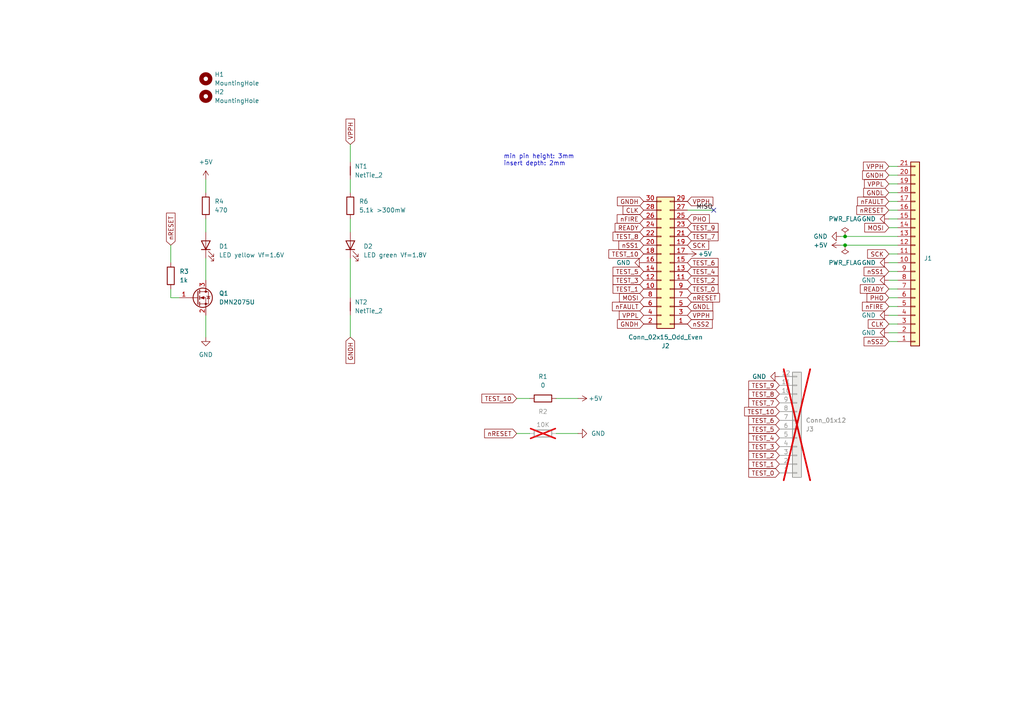
<source format=kicad_sch>
(kicad_sch (version 20230121) (generator eeschema)
  (paper "A4")
  (lib_symbols
    (symbol "Connector_Generic:Conn_01x12" (pin_names (offset 1.016) hide)
      (property "Reference" "J" (at 0 15.24 0))
      (property "Value" "Conn_01x12" (at 0 -17.78 0))
      (symbol "Conn_01x12_1_1"
        (rectangle (start -1.27 -15.113) (end 0 -15.367) (stroke (width 0.1524)))
        (rectangle (start -1.27 -12.573) (end 0 -12.827) (stroke (width 0.1524)))
        (rectangle (start -1.27 -10.033) (end 0 -10.287) (stroke (width 0.1524)))
        (rectangle (start -1.27 -7.493) (end 0 -7.747) (stroke (width 0.1524)))
        (rectangle (start -1.27 -4.953) (end 0 -5.207) (stroke (width 0.1524)))
        (rectangle (start -1.27 -2.413) (end 0 -2.667) (stroke (width 0.1524)))
        (rectangle (start -1.27 0.127) (end 0 -0.127) (stroke (width 0.1524)))
        (rectangle (start -1.27 2.667) (end 0 2.413) (stroke (width 0.1524)))
        (rectangle (start -1.27 5.207) (end 0 4.953) (stroke (width 0.1524)))
        (rectangle (start -1.27 7.747) (end 0 7.493) (stroke (width 0.1524)))
        (rectangle (start -1.27 10.287) (end 0 10.033) (stroke (width 0.1524)))
        (rectangle (start -1.27 12.827) (end 0 12.573) (stroke (width 0.1524)))
        (rectangle (start -1.27 13.97) (end 1.27 -16.51) (stroke (width 0.254)) (fill (type background)))
        (pin passive line (at -5.08 12.7 0) (length 3.81) (name "Pin_1") (number "1"))
        (pin passive line (at -5.08 -10.16 0) (length 3.81) (name "Pin_10") (number "10"))
        (pin passive line (at -5.08 -12.7 0) (length 3.81) (name "Pin_11") (number "11"))
        (pin passive line (at -5.08 -15.24 0) (length 3.81) (name "Pin_12") (number "12"))
        (pin passive line (at -5.08 10.16 0) (length 3.81) (name "Pin_2") (number "2"))
        (pin passive line (at -5.08 7.62 0) (length 3.81) (name "Pin_3") (number "3"))
        (pin passive line (at -5.08 5.08 0) (length 3.81) (name "Pin_4") (number "4"))
        (pin passive line (at -5.08 2.54 0) (length 3.81) (name "Pin_5") (number "5"))
        (pin passive line (at -5.08 0 0) (length 3.81) (name "Pin_6") (number "6"))
        (pin passive line (at -5.08 -2.54 0) (length 3.81) (name "Pin_7") (number "7"))
        (pin passive line (at -5.08 -5.08 0) (length 3.81) (name "Pin_8") (number "8"))
        (pin passive line (at -5.08 -7.62 0) (length 3.81) (name "Pin_9") (number "9"))
      )
    )
    (symbol "Connector_Generic:Conn_01x21" (pin_names (offset 1.016) hide)
      (property "Reference" "J" (at 0 27.94 0))
      (property "Value" "Conn_01x21" (at 0 -27.94 0))
      (symbol "Conn_01x21_1_1"
        (rectangle (start -1.27 -25.273) (end 0 -25.527) (stroke (width 0.1524)))
        (rectangle (start -1.27 -22.733) (end 0 -22.987) (stroke (width 0.1524)))
        (rectangle (start -1.27 -20.193) (end 0 -20.447) (stroke (width 0.1524)))
        (rectangle (start -1.27 -17.653) (end 0 -17.907) (stroke (width 0.1524)))
        (rectangle (start -1.27 -15.113) (end 0 -15.367) (stroke (width 0.1524)))
        (rectangle (start -1.27 -12.573) (end 0 -12.827) (stroke (width 0.1524)))
        (rectangle (start -1.27 -10.033) (end 0 -10.287) (stroke (width 0.1524)))
        (rectangle (start -1.27 -7.493) (end 0 -7.747) (stroke (width 0.1524)))
        (rectangle (start -1.27 -4.953) (end 0 -5.207) (stroke (width 0.1524)))
        (rectangle (start -1.27 -2.413) (end 0 -2.667) (stroke (width 0.1524)))
        (rectangle (start -1.27 0.127) (end 0 -0.127) (stroke (width 0.1524)))
        (rectangle (start -1.27 2.667) (end 0 2.413) (stroke (width 0.1524)))
        (rectangle (start -1.27 5.207) (end 0 4.953) (stroke (width 0.1524)))
        (rectangle (start -1.27 7.747) (end 0 7.493) (stroke (width 0.1524)))
        (rectangle (start -1.27 10.287) (end 0 10.033) (stroke (width 0.1524)))
        (rectangle (start -1.27 12.827) (end 0 12.573) (stroke (width 0.1524)))
        (rectangle (start -1.27 15.367) (end 0 15.113) (stroke (width 0.1524)))
        (rectangle (start -1.27 17.907) (end 0 17.653) (stroke (width 0.1524)))
        (rectangle (start -1.27 20.447) (end 0 20.193) (stroke (width 0.1524)))
        (rectangle (start -1.27 22.987) (end 0 22.733) (stroke (width 0.1524)))
        (rectangle (start -1.27 25.527) (end 0 25.273) (stroke (width 0.1524)))
        (rectangle (start -1.27 26.67) (end 1.27 -26.67) (stroke (width 0.254)) (fill (type background)))
        (pin passive line (at -5.08 25.4 0) (length 3.81) (name "Pin_1") (number "1"))
        (pin passive line (at -5.08 2.54 0) (length 3.81) (name "Pin_10") (number "10"))
        (pin passive line (at -5.08 0 0) (length 3.81) (name "Pin_11") (number "11"))
        (pin passive line (at -5.08 -2.54 0) (length 3.81) (name "Pin_12") (number "12"))
        (pin passive line (at -5.08 -5.08 0) (length 3.81) (name "Pin_13") (number "13"))
        (pin passive line (at -5.08 -7.62 0) (length 3.81) (name "Pin_14") (number "14"))
        (pin passive line (at -5.08 -10.16 0) (length 3.81) (name "Pin_15") (number "15"))
        (pin passive line (at -5.08 -12.7 0) (length 3.81) (name "Pin_16") (number "16"))
        (pin passive line (at -5.08 -15.24 0) (length 3.81) (name "Pin_17") (number "17"))
        (pin passive line (at -5.08 -17.78 0) (length 3.81) (name "Pin_18") (number "18"))
        (pin passive line (at -5.08 -20.32 0) (length 3.81) (name "Pin_19") (number "19"))
        (pin passive line (at -5.08 22.86 0) (length 3.81) (name "Pin_2") (number "2"))
        (pin passive line (at -5.08 -22.86 0) (length 3.81) (name "Pin_20") (number "20"))
        (pin passive line (at -5.08 -25.4 0) (length 3.81) (name "Pin_21") (number "21"))
        (pin passive line (at -5.08 20.32 0) (length 3.81) (name "Pin_3") (number "3"))
        (pin passive line (at -5.08 17.78 0) (length 3.81) (name "Pin_4") (number "4"))
        (pin passive line (at -5.08 15.24 0) (length 3.81) (name "Pin_5") (number "5"))
        (pin passive line (at -5.08 12.7 0) (length 3.81) (name "Pin_6") (number "6"))
        (pin passive line (at -5.08 10.16 0) (length 3.81) (name "Pin_7") (number "7"))
        (pin passive line (at -5.08 7.62 0) (length 3.81) (name "Pin_8") (number "8"))
        (pin passive line (at -5.08 5.08 0) (length 3.81) (name "Pin_9") (number "9"))
      )
    )
    (symbol "Connector_Generic:Conn_02x15_Odd_Even" (pin_names (offset 1.016) hide)
      (property "Reference" "J" (at 1.27 20.32 0))
      (property "Value" "Conn_02x15_Odd_Even" (at 1.27 -20.32 0))
      (symbol "Conn_02x15_Odd_Even_1_1"
        (rectangle (start -1.27 -17.653) (end 0 -17.907) (stroke (width 0.1524)))
        (rectangle (start -1.27 -15.113) (end 0 -15.367) (stroke (width 0.1524)))
        (rectangle (start -1.27 -12.573) (end 0 -12.827) (stroke (width 0.1524)))
        (rectangle (start -1.27 -10.033) (end 0 -10.287) (stroke (width 0.1524)))
        (rectangle (start -1.27 -7.493) (end 0 -7.747) (stroke (width 0.1524)))
        (rectangle (start -1.27 -4.953) (end 0 -5.207) (stroke (width 0.1524)))
        (rectangle (start -1.27 -2.413) (end 0 -2.667) (stroke (width 0.1524)))
        (rectangle (start -1.27 0.127) (end 0 -0.127) (stroke (width 0.1524)))
        (rectangle (start -1.27 2.667) (end 0 2.413) (stroke (width 0.1524)))
        (rectangle (start -1.27 5.207) (end 0 4.953) (stroke (width 0.1524)))
        (rectangle (start -1.27 7.747) (end 0 7.493) (stroke (width 0.1524)))
        (rectangle (start -1.27 10.287) (end 0 10.033) (stroke (width 0.1524)))
        (rectangle (start -1.27 12.827) (end 0 12.573) (stroke (width 0.1524)))
        (rectangle (start -1.27 15.367) (end 0 15.113) (stroke (width 0.1524)))
        (rectangle (start -1.27 17.907) (end 0 17.653) (stroke (width 0.1524)))
        (rectangle (start -1.27 19.05) (end 3.81 -19.05) (stroke (width 0.254)) (fill (type background)))
        (rectangle (start 3.81 -17.653) (end 2.54 -17.907) (stroke (width 0.1524)))
        (rectangle (start 3.81 -15.113) (end 2.54 -15.367) (stroke (width 0.1524)))
        (rectangle (start 3.81 -12.573) (end 2.54 -12.827) (stroke (width 0.1524)))
        (rectangle (start 3.81 -10.033) (end 2.54 -10.287) (stroke (width 0.1524)))
        (rectangle (start 3.81 -7.493) (end 2.54 -7.747) (stroke (width 0.1524)))
        (rectangle (start 3.81 -4.953) (end 2.54 -5.207) (stroke (width 0.1524)))
        (rectangle (start 3.81 -2.413) (end 2.54 -2.667) (stroke (width 0.1524)))
        (rectangle (start 3.81 0.127) (end 2.54 -0.127) (stroke (width 0.1524)))
        (rectangle (start 3.81 2.667) (end 2.54 2.413) (stroke (width 0.1524)))
        (rectangle (start 3.81 5.207) (end 2.54 4.953) (stroke (width 0.1524)))
        (rectangle (start 3.81 7.747) (end 2.54 7.493) (stroke (width 0.1524)))
        (rectangle (start 3.81 10.287) (end 2.54 10.033) (stroke (width 0.1524)))
        (rectangle (start 3.81 12.827) (end 2.54 12.573) (stroke (width 0.1524)))
        (rectangle (start 3.81 15.367) (end 2.54 15.113) (stroke (width 0.1524)))
        (rectangle (start 3.81 17.907) (end 2.54 17.653) (stroke (width 0.1524)))
        (pin passive line (at -5.08 17.78 0) (length 3.81) (name "Pin_1") (number "1"))
        (pin passive line (at 7.62 7.62 180) (length 3.81) (name "Pin_10") (number "10"))
        (pin passive line (at -5.08 5.08 0) (length 3.81) (name "Pin_11") (number "11"))
        (pin passive line (at 7.62 5.08 180) (length 3.81) (name "Pin_12") (number "12"))
        (pin passive line (at -5.08 2.54 0) (length 3.81) (name "Pin_13") (number "13"))
        (pin passive line (at 7.62 2.54 180) (length 3.81) (name "Pin_14") (number "14"))
        (pin passive line (at -5.08 0 0) (length 3.81) (name "Pin_15") (number "15"))
        (pin passive line (at 7.62 0 180) (length 3.81) (name "Pin_16") (number "16"))
        (pin passive line (at -5.08 -2.54 0) (length 3.81) (name "Pin_17") (number "17"))
        (pin passive line (at 7.62 -2.54 180) (length 3.81) (name "Pin_18") (number "18"))
        (pin passive line (at -5.08 -5.08 0) (length 3.81) (name "Pin_19") (number "19"))
        (pin passive line (at 7.62 17.78 180) (length 3.81) (name "Pin_2") (number "2"))
        (pin passive line (at 7.62 -5.08 180) (length 3.81) (name "Pin_20") (number "20"))
        (pin passive line (at -5.08 -7.62 0) (length 3.81) (name "Pin_21") (number "21"))
        (pin passive line (at 7.62 -7.62 180) (length 3.81) (name "Pin_22") (number "22"))
        (pin passive line (at -5.08 -10.16 0) (length 3.81) (name "Pin_23") (number "23"))
        (pin passive line (at 7.62 -10.16 180) (length 3.81) (name "Pin_24") (number "24"))
        (pin passive line (at -5.08 -12.7 0) (length 3.81) (name "Pin_25") (number "25"))
        (pin passive line (at 7.62 -12.7 180) (length 3.81) (name "Pin_26") (number "26"))
        (pin passive line (at -5.08 -15.24 0) (length 3.81) (name "Pin_27") (number "27"))
        (pin passive line (at 7.62 -15.24 180) (length 3.81) (name "Pin_28") (number "28"))
        (pin passive line (at -5.08 -17.78 0) (length 3.81) (name "Pin_29") (number "29"))
        (pin passive line (at -5.08 15.24 0) (length 3.81) (name "Pin_3") (number "3"))
        (pin passive line (at 7.62 -17.78 180) (length 3.81) (name "Pin_30") (number "30"))
        (pin passive line (at 7.62 15.24 180) (length 3.81) (name "Pin_4") (number "4"))
        (pin passive line (at -5.08 12.7 0) (length 3.81) (name "Pin_5") (number "5"))
        (pin passive line (at 7.62 12.7 180) (length 3.81) (name "Pin_6") (number "6"))
        (pin passive line (at -5.08 10.16 0) (length 3.81) (name "Pin_7") (number "7"))
        (pin passive line (at 7.62 10.16 180) (length 3.81) (name "Pin_8") (number "8"))
        (pin passive line (at -5.08 7.62 0) (length 3.81) (name "Pin_9") (number "9"))
      )
    )
    (symbol "Device:LED" (pin_numbers hide) (pin_names (offset 1.016) hide)
      (property "Reference" "D" (at 0 2.54 0))
      (property "Value" "LED" (at 0 -2.54 0))
      (symbol "LED_0_1"
        (polyline (pts (xy -1.27 -1.27) (xy -1.27 1.27)) (stroke (width 0.254)))
        (polyline (pts (xy -1.27 0) (xy 1.27 0)))
        (polyline (pts (xy 1.27 -1.27) (xy 1.27 1.27) (xy -1.27 0) (xy 1.27 -1.27)) (stroke (width 0.254)))
        (polyline (pts (xy -3.048 -0.762) (xy -4.572 -2.286) (xy -3.81 -2.286) (xy -4.572 -2.286) (xy -4.572 -1.524)))
        (polyline (pts (xy -1.778 -0.762) (xy -3.302 -2.286) (xy -2.54 -2.286) (xy -3.302 -2.286) (xy -3.302 -1.524)))
      )
      (symbol "LED_1_1"
        (pin passive line (at -3.81 0 0) (length 2.54) (name "K") (number "1"))
        (pin passive line (at 3.81 0 180) (length 2.54) (name "A") (number "2"))
      )
    )
    (symbol "Device:NetTie_2" (pin_numbers hide) (pin_names (offset 0) hide) (in_bom no)
      (property "Reference" "NT" (at 0 1.27 0))
      (property "Value" "NetTie_2" (at 0 -1.27 0))
      (symbol "NetTie_2_0_1"
        (polyline (pts (xy -1.27 0) (xy 1.27 0)) (stroke (width 0.254)))
      )
      (symbol "NetTie_2_1_1"
        (pin passive line (at -2.54 0 0) (length 2.54) (name "1") (number "1"))
        (pin passive line (at 2.54 0 180) (length 2.54) (name "2") (number "2"))
      )
    )
    (symbol "Device:R" (pin_numbers hide) (pin_names (offset 0))
      (property "Reference" "R" (at 2.032 0 90))
      (property "Value" "R" (at 0 0 90))
      (symbol "R_0_1"
        (rectangle (start -1.016 -2.54) (end 1.016 2.54) (stroke (width 0.254)))
      )
      (symbol "R_1_1"
        (pin passive line (at 0 3.81 270) (length 1.27) (name "~") (number "1"))
        (pin passive line (at 0 -3.81 90) (length 1.27) (name "~") (number "2"))
      )
    )
    (symbol "Mechanical:MountingHole" (pin_names (offset 1.016))
      (property "Reference" "H" (at 0 5.08 0))
      (property "Value" "MountingHole" (at 0 3.175 0))
      (symbol "MountingHole_0_1"
        (circle (center 0 0) (radius 1.27) (stroke (width 1.27)))
      )
    )
    (symbol "Transistor_FET:DMN2075U" (pin_names hide)
      (property "Reference" "Q" (at 5.08 1.905 0))
      (property "Value" "DMN2075U" (at 5.08 0 0))
      (symbol "DMN2075U_0_1"
        (polyline (pts (xy 0.254 0) (xy -2.54 0)))
        (polyline (pts (xy 0.254 1.905) (xy 0.254 -1.905)) (stroke (width 0.254)))
        (polyline (pts (xy 0.762 -1.27) (xy 0.762 -2.286)) (stroke (width 0.254)))
        (polyline (pts (xy 0.762 0.508) (xy 0.762 -0.508)) (stroke (width 0.254)))
        (polyline (pts (xy 0.762 2.286) (xy 0.762 1.27)) (stroke (width 0.254)))
        (polyline (pts (xy 2.54 2.54) (xy 2.54 1.778)))
        (polyline (pts (xy 2.54 -2.54) (xy 2.54 0) (xy 0.762 0)))
        (polyline (pts (xy 0.762 -1.778) (xy 3.302 -1.778) (xy 3.302 1.778) (xy 0.762 1.778)))
        (polyline (pts (xy 1.016 0) (xy 2.032 0.381) (xy 2.032 -0.381) (xy 1.016 0)) (fill (type outline)))
        (polyline (pts (xy 2.794 0.508) (xy 2.921 0.381) (xy 3.683 0.381) (xy 3.81 0.254)))
        (polyline (pts (xy 3.302 0.381) (xy 2.921 -0.254) (xy 3.683 -0.254) (xy 3.302 0.381)))
        (circle (center 1.651 0) (radius 2.794) (stroke (width 0.254)))
        (circle (center 2.54 -1.778) (radius 0.254) (fill (type outline)))
        (circle (center 2.54 1.778) (radius 0.254) (fill (type outline)))
      )
      (symbol "DMN2075U_1_1"
        (pin input line (at -5.08 0 0) (length 2.54) (name "G") (number "1"))
        (pin passive line (at 2.54 -5.08 90) (length 2.54) (name "S") (number "2"))
        (pin passive line (at 2.54 5.08 270) (length 2.54) (name "D") (number "3"))
      )
    )
    (symbol "power:+5V" (power) (pin_names (offset 0))
      (property "Value" "+5V" (at 0 3.556 0))
      (symbol "+5V_0_1"
        (polyline (pts (xy -0.762 1.27) (xy 0 2.54)))
        (polyline (pts (xy 0 0) (xy 0 2.54)))
        (polyline (pts (xy 0 2.54) (xy 0.762 1.27)))
      )
      (symbol "+5V_1_1"
        (pin power_in line (at 0 0 90) (length 0) hide (name "+5V") (number "1"))
      )
    )
    (symbol "power:GND" (power) (pin_names (offset 0))
      (property "Value" "GND" (at 0 -3.81 0))
      (symbol "GND_0_1"
        (polyline (pts (xy 0 0) (xy 0 -1.27) (xy 1.27 -1.27) (xy 0 -2.54) (xy -1.27 -1.27) (xy 0 -1.27)))
      )
      (symbol "GND_1_1"
        (pin power_in line (at 0 0 270) (length 0) hide (name "GND") (number "1"))
      )
    )
    (symbol "power:PWR_FLAG" (power) (pin_numbers hide) (pin_names (offset 0) hide)
      (property "Value" "PWR_FLAG" (at 0 3.81 0))
      (symbol "PWR_FLAG_0_0"
        (pin power_out line (at 0 0 90) (length 0) (name "pwr") (number "1"))
      )
      (symbol "PWR_FLAG_0_1"
        (polyline (pts (xy 0 0) (xy 0 1.27) (xy -1.016 1.905) (xy 0 2.54) (xy 1.016 1.905) (xy 0 1.27)))
      )
    )
  )
  (junction (at 245.11 71.12))
  (junction (at 245.11 68.58))
  (no_connect (at 207.01 60.96))
  (wire (pts (xy 243.84 71.12) (xy 245.11 71.12)))
  (wire (pts (xy 257.81 86.36) (xy 260.35 86.36)))
  (wire (pts (xy 161.29 125.73) (xy 167.64 125.73)))
  (wire (pts (xy 101.6 41.91) (xy 101.6 46.99)))
  (wire (pts (xy 243.84 68.58) (xy 245.11 68.58)))
  (wire (pts (xy 101.6 52.07) (xy 101.6 55.88)))
  (wire (pts (xy 257.81 83.82) (xy 260.35 83.82)))
  (wire (pts (xy 245.11 68.58) (xy 260.35 68.58)))
  (wire (pts (xy 257.81 63.5) (xy 260.35 63.5)))
  (wire (pts (xy 149.86 115.57) (xy 153.67 115.57)))
  (wire (pts (xy 52.07 86.36) (xy 49.53 86.36)))
  (wire (pts (xy 257.81 91.44) (xy 260.35 91.44)))
  (wire (pts (xy 257.81 48.26) (xy 260.35 48.26)))
  (wire (pts (xy 49.53 71.12) (xy 49.53 76.2)))
  (wire (pts (xy 59.69 52.07) (xy 59.69 55.88)))
  (wire (pts (xy 257.81 53.34) (xy 260.35 53.34)))
  (wire (pts (xy 257.81 81.28) (xy 260.35 81.28)))
  (wire (pts (xy 257.81 88.9) (xy 260.35 88.9)))
  (wire (pts (xy 59.69 91.44) (xy 59.69 97.79)))
  (wire (pts (xy 245.11 71.12) (xy 260.35 71.12)))
  (wire (pts (xy 257.81 60.96) (xy 260.35 60.96)))
  (wire (pts (xy 257.81 73.66) (xy 260.35 73.66)))
  (wire (pts (xy 257.81 93.98) (xy 260.35 93.98)))
  (wire (pts (xy 257.81 55.88) (xy 260.35 55.88)))
  (wire (pts (xy 207.01 60.96) (xy 199.39 60.96)))
  (wire (pts (xy 49.53 83.82) (xy 49.53 86.36)))
  (wire (pts (xy 149.86 125.73) (xy 153.67 125.73)))
  (wire (pts (xy 161.29 115.57) (xy 167.64 115.57)))
  (wire (pts (xy 59.69 63.5) (xy 59.69 67.31)))
  (wire (pts (xy 257.81 99.06) (xy 260.35 99.06)))
  (wire (pts (xy 257.81 58.42) (xy 260.35 58.42)))
  (wire (pts (xy 101.6 74.93) (xy 101.6 86.36)))
  (wire (pts (xy 257.81 50.8) (xy 260.35 50.8)))
  (wire (pts (xy 257.81 76.2) (xy 260.35 76.2)))
  (wire (pts (xy 101.6 63.5) (xy 101.6 67.31)))
  (wire (pts (xy 257.81 96.52) (xy 260.35 96.52)))
  (wire (pts (xy 59.69 74.93) (xy 59.69 81.28)))
  (wire (pts (xy 257.81 78.74) (xy 260.35 78.74)))
  (wire (pts (xy 101.6 91.44) (xy 101.6 97.79)))
  (wire (pts (xy 257.81 66.04) (xy 260.35 66.04)))
  (text "min pin height: 3mm\ninsert depth: 2mm\n" (at 146.05 48.26 0) (effects (font (size 1.27 1.27)) (justify left bottom)))
  (label "MISO" (at 201.93 60.96 0))
  (global_label "VPPL" (shape input) (at 186.69 91.44 180) (property "Intersheetrefs" "${INTERSHEET_REFS}" (effects hide)))
  (global_label "TEST_3" (shape input) (at 226.06 129.54 180) (property "Intersheetrefs" "${INTERSHEET_REFS}" (effects hide)))
  (global_label "TEST_0" (shape input) (at 199.39 83.82 0) (property "Intersheetrefs" "${INTERSHEET_REFS}" (effects hide)))
  (global_label "nSS2" (shape input) (at 199.39 93.98 0) (property "Intersheetrefs" "${INTERSHEET_REFS}" (effects hide)))
  (global_label "TEST_10" (shape input) (at 149.86 115.57 180) (property "Intersheetrefs" "${INTERSHEET_REFS}" (effects hide)))
  (global_label "VPPH" (shape input) (at 199.39 58.42 0) (property "Intersheetrefs" "${INTERSHEET_REFS}" (effects hide)))
  (global_label "GNDH" (shape input) (at 186.69 93.98 180) (property "Intersheetrefs" "${INTERSHEET_REFS}" (effects hide)))
  (global_label "GNDL" (shape input) (at 199.39 88.9 0) (property "Intersheetrefs" "${INTERSHEET_REFS}" (effects hide)))
  (global_label "TEST_10" (shape input) (at 226.06 119.38 180) (property "Intersheetrefs" "${INTERSHEET_REFS}" (effects hide)))
  (global_label "TEST_2" (shape input) (at 199.39 81.28 0) (property "Intersheetrefs" "${INTERSHEET_REFS}" (effects hide)))
  (global_label "TEST_6" (shape input) (at 226.06 121.92 180) (property "Intersheetrefs" "${INTERSHEET_REFS}" (effects hide)))
  (global_label "MOSI" (shape input) (at 186.69 86.36 180) (property "Intersheetrefs" "${INTERSHEET_REFS}" (effects hide)))
  (global_label "nFAULT" (shape input) (at 257.81 58.42 180) (property "Intersheetrefs" "${INTERSHEET_REFS}" (effects hide)))
  (global_label "READY" (shape input) (at 257.81 83.82 180) (property "Intersheetrefs" "${INTERSHEET_REFS}" (effects hide)))
  (global_label "TEST_5" (shape input) (at 226.06 124.46 180) (property "Intersheetrefs" "${INTERSHEET_REFS}" (effects hide)))
  (global_label "PHO" (shape input) (at 199.39 63.5 0) (property "Intersheetrefs" "${INTERSHEET_REFS}" (effects hide)))
  (global_label "nSS1" (shape input) (at 186.69 71.12 180) (property "Intersheetrefs" "${INTERSHEET_REFS}" (effects hide)))
  (global_label "TEST_7" (shape input) (at 226.06 116.84 180) (property "Intersheetrefs" "${INTERSHEET_REFS}" (effects hide)))
  (global_label "MOSI" (shape input) (at 257.81 66.04 180) (property "Intersheetrefs" "${INTERSHEET_REFS}" (effects hide)))
  (global_label "TEST_3" (shape input) (at 186.69 81.28 180) (property "Intersheetrefs" "${INTERSHEET_REFS}" (effects hide)))
  (global_label "TEST_10" (shape input) (at 186.69 73.66 180) (property "Intersheetrefs" "${INTERSHEET_REFS}" (effects hide)))
  (global_label "nSS1" (shape input) (at 257.81 78.74 180) (property "Intersheetrefs" "${INTERSHEET_REFS}" (effects hide)))
  (global_label "nFAULT" (shape input) (at 186.69 88.9 180) (property "Intersheetrefs" "${INTERSHEET_REFS}" (effects hide)))
  (global_label "TEST_6" (shape input) (at 199.39 76.2 0) (property "Intersheetrefs" "${INTERSHEET_REFS}" (effects hide)))
  (global_label "GNDL" (shape input) (at 257.81 55.88 180) (property "Intersheetrefs" "${INTERSHEET_REFS}" (effects hide)))
  (global_label "CLK" (shape input) (at 257.81 93.98 180) (property "Intersheetrefs" "${INTERSHEET_REFS}" (effects hide)))
  (global_label "SCK" (shape input) (at 257.81 73.66 180) (property "Intersheetrefs" "${INTERSHEET_REFS}" (effects hide)))
  (global_label "TEST_1" (shape input) (at 226.06 134.62 180) (property "Intersheetrefs" "${INTERSHEET_REFS}" (effects hide)))
  (global_label "GNDH" (shape input) (at 257.81 50.8 180) (property "Intersheetrefs" "${INTERSHEET_REFS}" (effects hide)) (property "Netclass" "HP" (effects hide)))
  (global_label "GNDH" (shape input) (at 186.69 58.42 180) (property "Intersheetrefs" "${INTERSHEET_REFS}" (effects hide)))
  (global_label "VPPH" (shape input) (at 199.39 91.44 0) (property "Intersheetrefs" "${INTERSHEET_REFS}" (effects hide)))
  (global_label "TEST_4" (shape input) (at 199.39 78.74 0) (property "Intersheetrefs" "${INTERSHEET_REFS}" (effects hide)))
  (global_label "TEST_9" (shape input) (at 199.39 66.04 0) (property "Intersheetrefs" "${INTERSHEET_REFS}" (effects hide)))
  (global_label "TEST_8" (shape input) (at 186.69 68.58 180) (property "Intersheetrefs" "${INTERSHEET_REFS}" (effects hide)))
  (global_label "VPPH" (shape input) (at 101.6 41.91 90) (property "Intersheetrefs" "${INTERSHEET_REFS}" (effects hide)))
  (global_label "nRESET" (shape input) (at 149.86 125.73 180) (property "Intersheetrefs" "${INTERSHEET_REFS}" (effects hide)))
  (global_label "READY" (shape input) (at 186.69 66.04 180) (property "Intersheetrefs" "${INTERSHEET_REFS}" (effects hide)))
  (global_label "TEST_7" (shape input) (at 199.39 68.58 0) (property "Intersheetrefs" "${INTERSHEET_REFS}" (effects hide)))
  (global_label "GNDH" (shape input) (at 101.6 97.79 270) (property "Intersheetrefs" "${INTERSHEET_REFS}" (effects hide)))
  (global_label "nFIRE" (shape input) (at 257.81 88.9 180) (property "Intersheetrefs" "${INTERSHEET_REFS}" (effects hide)))
  (global_label "TEST_0" (shape input) (at 226.06 137.16 180) (property "Intersheetrefs" "${INTERSHEET_REFS}" (effects hide)))
  (global_label "TEST_5" (shape input) (at 186.69 78.74 180) (property "Intersheetrefs" "${INTERSHEET_REFS}" (effects hide)))
  (global_label "CLK" (shape input) (at 186.69 60.96 180) (property "Intersheetrefs" "${INTERSHEET_REFS}" (effects hide)))
  (global_label "VPPH" (shape input) (at 257.81 48.26 180) (property "Intersheetrefs" "${INTERSHEET_REFS}" (effects hide)) (property "Netclass" "HP" (effects hide)))
  (global_label "PHO" (shape input) (at 257.81 86.36 180) (property "Intersheetrefs" "${INTERSHEET_REFS}" (effects hide)))
  (global_label "SCK" (shape input) (at 199.39 71.12 0) (property "Intersheetrefs" "${INTERSHEET_REFS}" (effects hide)))
  (global_label "VPPL" (shape input) (at 257.81 53.34 180) (property "Intersheetrefs" "${INTERSHEET_REFS}" (effects hide)))
  (global_label "TEST_8" (shape input) (at 226.06 114.3 180) (property "Intersheetrefs" "${INTERSHEET_REFS}" (effects hide)))
  (global_label "TEST_9" (shape input) (at 226.06 111.76 180) (property "Intersheetrefs" "${INTERSHEET_REFS}" (effects hide)))
  (global_label "nRESET" (shape input) (at 49.53 71.12 90) (property "Intersheetrefs" "${INTERSHEET_REFS}" (effects hide)))
  (global_label "TEST_4" (shape input) (at 226.06 127 180) (property "Intersheetrefs" "${INTERSHEET_REFS}" (effects hide)))
  (global_label "nRESET" (shape input) (at 257.81 60.96 180) (property "Intersheetrefs" "${INTERSHEET_REFS}" (effects hide)))
  (global_label "nFIRE" (shape input) (at 186.69 63.5 180) (property "Intersheetrefs" "${INTERSHEET_REFS}" (effects hide)))
  (global_label "TEST_1" (shape input) (at 186.69 83.82 180) (property "Intersheetrefs" "${INTERSHEET_REFS}" (effects hide)))
  (global_label "nSS2" (shape input) (at 257.81 99.06 180) (property "Intersheetrefs" "${INTERSHEET_REFS}" (effects hide)))
  (global_label "TEST_2" (shape input) (at 226.06 132.08 180) (property "Intersheetrefs" "${INTERSHEET_REFS}" (effects hide)))
  (global_label "nRESET" (shape input) (at 199.39 86.36 0) (property "Intersheetrefs" "${INTERSHEET_REFS}" (effects hide)))
  (symbol (lib_id "power:+5V") (at 167.64 115.57 270) (unit 1)
    (property "Reference" "#PWR016" (effects hide))
    (property "Value" "+5V" (at 172.72 115.57 90))
  )
  (symbol (lib_id "Device:R") (at 49.53 80.01 180) (unit 1)
    (property "Reference" "R3" (at 52.07 78.74 0) (effects (justify right)))
    (property "Value" "1k" (at 52.07 81.28 0) (effects (justify right)))
    (property "Footprint" "Resistor_SMD:R_0603_1608Metric_Pad0.98x0.95mm_HandSolder" (effects hide))
    (property "RSBestNr" "678-9875" (effects hide))
    (property "Supplier" "RS" (effects hide))
  )
  (symbol (lib_id "Connector_Generic:Conn_01x21") (at 265.43 73.66 0) (mirror x) (unit 1)
    (property "Reference" "J1" (at 267.97 74.93 0) (effects (justify left)))
    (property "Value" "Conn_01x21" (effects hide))
    (property "Footprint" "Molex_200528:Molex_200528-0210_1x21-1MP_P1.00mm_Horizontal" (effects hide))
    (property "Supplier" "Printerbox" (effects hide))
  )
  (symbol (lib_id "power:GND") (at 167.64 125.73 90) (unit 1)
    (property "Reference" "#PWR018" (effects hide))
    (property "Value" "GND" (at 171.45 125.73 90) (effects (justify right)))
  )
  (symbol (lib_id "Connector_Generic:Conn_02x15_Odd_Even") (at 194.31 76.2 180) (unit 1)
    (property "Reference" "J2" (at 193.04 100.33 0))
    (property "Value" "Conn_02x15_Odd_Even" (at 193.04 97.79 0))
    (property "Footprint" "CONN_9-176140-0:CONN_9-176140-0_TYC" (effects hide))
    (property "Supplier" "RS" (effects hide))
    (property "RSBestNr" "7025214" (effects hide))
  )
  (symbol (lib_id "power:PWR_FLAG") (at 245.11 71.12 180) (unit 1)
    (property "Reference" "#FLG02" (effects hide))
    (property "Value" "PWR_FLAG" (at 245.11 76.2 0))
  )
  (symbol (lib_id "power:GND") (at 226.06 109.22 270) (unit 1)
    (property "Reference" "#PWR05" (effects hide))
    (property "Value" "GND" (at 222.25 109.22 90) (effects (justify right)))
  )
  (symbol (lib_id "Mechanical:MountingHole") (at 59.69 22.86 0) (unit 1)
    (property "Reference" "H1" (at 62.23 21.59 0) (effects (justify left)))
    (property "Value" "MountingHole" (at 62.23 24.13 0) (effects (justify left)))
    (property "Footprint" "MountingHole:MountingHole_2.7mm_M2.5_DIN965" (effects hide))
    (property "Supplier" "None" (effects hide))
  )
  (symbol (lib_id "power:GND") (at 257.81 96.52 270) (unit 1)
    (property "Reference" "#PWR013" (effects hide))
    (property "Value" "GND" (at 254 96.52 90) (effects (justify right)))
  )
  (symbol (lib_id "power:GND") (at 257.81 76.2 270) (unit 1)
    (property "Reference" "#PWR010" (effects hide))
    (property "Value" "GND" (at 254 76.2 90) (effects (justify right)))
  )
  (symbol (lib_id "Device:LED") (at 101.6 71.12 90) (unit 1)
    (property "Reference" "D2" (at 105.41 71.4375 90) (effects (justify right)))
    (property "Value" "LED green Vf=1.8V" (at 105.41 73.9775 90) (effects (justify right)))
    (property "Footprint" "Custom_LED_THT:LED_D3.0mm" (effects hide))
    (property "Supplier" "Elektroplatz" (effects hide))
  )
  (symbol (lib_id "Transistor_FET:DMN2075U") (at 57.15 86.36 0) (unit 1)
    (property "Reference" "Q1" (at 63.5 85.09 0) (effects (justify left)))
    (property "Value" "DMN2075U" (at 63.5 87.63 0) (effects (justify left)))
    (property "Footprint" "Package_TO_SOT_SMD:SOT-23" (effects hide))
    (property "Datasheet" "http://www.diodes.com/assets/Datasheets/DMN2075U.pdf" (effects hide))
    (property "RSBestNr" "751-4143" (effects hide))
    (property "Supplier" "RS" (effects hide))
  )
  (symbol (lib_id "power:GND") (at 59.69 97.79 0) (unit 1)
    (property "Reference" "#PWR02" (effects hide))
    (property "Value" "GND" (at 59.69 102.87 0))
  )
  (symbol (lib_id "power:GND") (at 186.69 76.2 270) (unit 1)
    (property "Reference" "#PWR06" (effects hide))
    (property "Value" "GND" (at 182.88 76.2 90) (effects (justify right)))
  )
  (symbol (lib_id "power:+5V") (at 199.39 73.66 270) (unit 1)
    (property "Reference" "#PWR014" (effects hide))
    (property "Value" "+5V" (at 204.47 73.66 90))
  )
  (symbol (lib_id "power:+5V") (at 243.84 71.12 90) (unit 1)
    (property "Reference" "#PWR09" (effects hide))
    (property "Value" "+5V" (at 240.03 71.12 90) (effects (justify left)))
  )
  (symbol (lib_id "Device:NetTie_2") (at 101.6 49.53 90) (unit 1) (in_bom no)
    (property "Reference" "NT1" (at 102.87 48.26 90) (effects (justify right)))
    (property "Value" "NetTie_2" (at 102.87 50.8 90) (effects (justify right)))
    (property "Footprint" "NetTie:NetTie-2_SMD_Pad0.5mm" (effects hide))
    (property "Supplier" "None" (effects hide))
  )
  (symbol (lib_id "Connector_Generic:Conn_01x12") (at 231.14 124.46 0) (mirror x) (unit 1) (dnp yes)
    (property "Reference" "J3" (at 233.68 124.46 0) (effects (justify left)))
    (property "Value" "Conn_01x12" (at 233.68 121.92 0) (effects (justify left)))
    (property "Footprint" "Molex_200528:Molex_52207-1260_1x12-1MP_P1.00mm_Horizontal" (effects hide))
    (property "RSBestNr" "670-6754" (effects hide))
    (property "Supplier" "RS" (effects hide))
  )
  (symbol (lib_id "power:GND") (at 257.81 81.28 270) (unit 1)
    (property "Reference" "#PWR011" (effects hide))
    (property "Value" "GND" (at 254 81.28 90) (effects (justify right)))
  )
  (symbol (lib_id "Mechanical:MountingHole") (at 59.69 27.94 0) (unit 1)
    (property "Reference" "H2" (at 62.23 26.67 0) (effects (justify left)))
    (property "Value" "MountingHole" (at 62.23 29.21 0) (effects (justify left)))
    (property "Footprint" "MountingHole:MountingHole_2.7mm_M2.5_DIN965" (effects hide))
    (property "Supplier" "None" (effects hide))
  )
  (symbol (lib_id "power:PWR_FLAG") (at 245.11 68.58 0) (unit 1)
    (property "Reference" "#FLG01" (effects hide))
    (property "Value" "PWR_FLAG" (at 245.11 63.5 0))
  )
  (symbol (lib_id "Device:NetTie_2") (at 101.6 88.9 90) (unit 1) (in_bom no)
    (property "Reference" "NT2" (at 102.87 87.63 90) (effects (justify right)))
    (property "Value" "NetTie_2" (at 102.87 90.17 90) (effects (justify right)))
    (property "Footprint" "NetTie:NetTie-2_SMD_Pad0.5mm" (effects hide))
    (property "Supplier" "None" (effects hide))
  )
  (symbol (lib_id "Device:R") (at 157.48 115.57 270) (unit 1)
    (property "Reference" "R1" (at 157.48 109.22 90))
    (property "Value" "0" (at 157.48 111.76 90))
    (property "Footprint" "Resistor_SMD:R_0603_1608Metric_Pad0.98x0.95mm_HandSolder" (effects hide))
    (property "RSBestNr" "820-6736" (effects hide))
    (property "Supplier" "RS" (effects hide))
  )
  (symbol (lib_id "power:GND") (at 243.84 68.58 270) (unit 1)
    (property "Reference" "#PWR08" (effects hide))
    (property "Value" "GND" (at 240.03 68.58 90) (effects (justify right)))
  )
  (symbol (lib_id "power:+5V") (at 59.69 52.07 0) (unit 1)
    (property "Reference" "#PWR01" (effects hide))
    (property "Value" "+5V" (at 59.69 46.99 0))
  )
  (symbol (lib_id "Device:R") (at 59.69 59.69 180) (unit 1)
    (property "Reference" "R4" (at 62.23 58.42 0) (effects (justify right)))
    (property "Value" "470" (at 62.23 60.96 0) (effects (justify right)))
    (property "Footprint" "Resistor_SMD:R_0603_1608Metric_Pad0.98x0.95mm_HandSolder" (effects hide))
    (property "RSBestNr" "566-547" (effects hide))
    (property "Supplier" "RS" (effects hide))
  )
  (symbol (lib_id "Device:R") (at 157.48 125.73 270) (unit 1) (dnp yes)
    (property "Reference" "R2" (at 157.48 119.38 90))
    (property "Value" "10K" (at 157.48 123.19 90))
    (property "Footprint" "Resistor_SMD:R_0603_1608Metric_Pad0.98x0.95mm_HandSolder" (effects hide))
    (property "Supplier" "Elekroplatz" (effects hide))
  )
  (symbol (lib_id "power:GND") (at 257.81 63.5 270) (unit 1)
    (property "Reference" "#PWR07" (effects hide))
    (property "Value" "GND" (at 254 63.5 90) (effects (justify right)))
  )
  (symbol (lib_id "power:GND") (at 257.81 91.44 270) (unit 1)
    (property "Reference" "#PWR012" (effects hide))
    (property "Value" "GND" (at 254 91.44 90) (effects (justify right)))
  )
  (symbol (lib_id "Device:LED") (at 59.69 71.12 90) (unit 1)
    (property "Reference" "D1" (at 63.5 71.4375 90) (effects (justify right)))
    (property "Value" "LED yellow Vf=1.6V" (at 63.5 73.9775 90) (effects (justify right)))
    (property "Footprint" "Custom_LED_THT:LED_D3.0mm" (effects hide))
    (property "Supplier" "Elektroplatz" (effects hide))
  )
  (symbol (lib_id "Device:R") (at 101.6 59.69 180) (unit 1)
    (property "Reference" "R6" (at 104.14 58.42 0) (effects (justify right)))
    (property "Value" "5.1k >300mW" (at 104.14 60.96 0) (effects (justify right)))
    (property "Footprint" "Resistor_SMD:R_0805_2012Metric_Pad1.20x1.40mm_HandSolder" (effects hide))
    (property "RSBestNr" "721-7804" (effects hide))
    (property "Supplier" "RS" (effects hide))
  )
)
</source>
